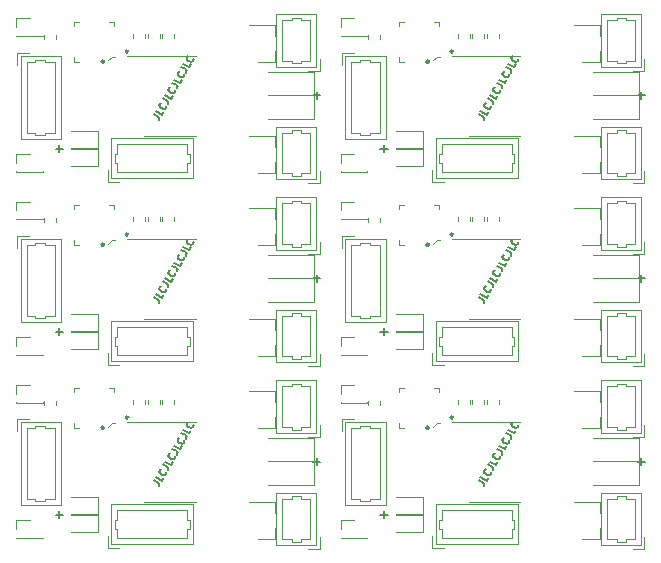
<source format=gbr>
%TF.GenerationSoftware,KiCad,Pcbnew,(5.1.6)-1*%
%TF.CreationDate,2021-08-29T21:48:12-05:00*%
%TF.ProjectId,MicroBrushedESC,4d696372-6f42-4727-9573-686564455343,rev?*%
%TF.SameCoordinates,Original*%
%TF.FileFunction,Legend,Top*%
%TF.FilePolarity,Positive*%
%FSLAX46Y46*%
G04 Gerber Fmt 4.6, Leading zero omitted, Abs format (unit mm)*
G04 Created by KiCad (PCBNEW (5.1.6)-1) date 2021-08-29 21:48:12*
%MOMM*%
%LPD*%
G01*
G04 APERTURE LIST*
%ADD10C,0.150000*%
%ADD11C,0.250000*%
%ADD12C,0.100000*%
%ADD13C,0.120000*%
G04 APERTURE END LIST*
D10*
X153195238Y-89757142D02*
X153804761Y-89757142D01*
X153500000Y-90061904D02*
X153500000Y-89452380D01*
X125695238Y-89757142D02*
X126304761Y-89757142D01*
X126000000Y-90061904D02*
X126000000Y-89452380D01*
X153195238Y-74257142D02*
X153804761Y-74257142D01*
X153500000Y-74561904D02*
X153500000Y-73952380D01*
X125695238Y-74257142D02*
X126304761Y-74257142D01*
X126000000Y-74561904D02*
X126000000Y-73952380D01*
X153195238Y-58757142D02*
X153804761Y-58757142D01*
X153500000Y-59061904D02*
X153500000Y-58452380D01*
X174995238Y-85257142D02*
X175604761Y-85257142D01*
X175300000Y-85561904D02*
X175300000Y-84952380D01*
X147495238Y-85257142D02*
X148104761Y-85257142D01*
X147800000Y-85561904D02*
X147800000Y-84952380D01*
X174995238Y-69757142D02*
X175604761Y-69757142D01*
X175300000Y-70061904D02*
X175300000Y-69452380D01*
X147495238Y-69757142D02*
X148104761Y-69757142D01*
X147800000Y-70061904D02*
X147800000Y-69452380D01*
X174995238Y-54257142D02*
X175604761Y-54257142D01*
X175300000Y-54561904D02*
X175300000Y-53952380D01*
D11*
X159350000Y-81500000D02*
G75*
G03*
X159350000Y-81500000I-100000J0D01*
G01*
X131850000Y-81500000D02*
G75*
G03*
X131850000Y-81500000I-100000J0D01*
G01*
X159350000Y-66000000D02*
G75*
G03*
X159350000Y-66000000I-100000J0D01*
G01*
X131850000Y-66000000D02*
G75*
G03*
X131850000Y-66000000I-100000J0D01*
G01*
X159350000Y-50500000D02*
G75*
G03*
X159350000Y-50500000I-100000J0D01*
G01*
X157300000Y-82400000D02*
G75*
G03*
X157300000Y-82400000I-100000J0D01*
G01*
X129800000Y-82400000D02*
G75*
G03*
X129800000Y-82400000I-100000J0D01*
G01*
X157300000Y-66900000D02*
G75*
G03*
X157300000Y-66900000I-100000J0D01*
G01*
X129800000Y-66900000D02*
G75*
G03*
X129800000Y-66900000I-100000J0D01*
G01*
X157300000Y-51400000D02*
G75*
G03*
X157300000Y-51400000I-100000J0D01*
G01*
D10*
X161529734Y-86835841D02*
X161900888Y-87050127D01*
X161960833Y-87117728D01*
X161981749Y-87195786D01*
X161963635Y-87284303D01*
X161935064Y-87333790D01*
X162335064Y-86640970D02*
X162192206Y-86888406D01*
X161672591Y-86588406D01*
X162557005Y-86142270D02*
X162567463Y-86181299D01*
X162549349Y-86269816D01*
X162520778Y-86319303D01*
X162453177Y-86379248D01*
X162375119Y-86400164D01*
X162311346Y-86396336D01*
X162198086Y-86363937D01*
X162123855Y-86321080D01*
X162039166Y-86239193D01*
X162003965Y-86185878D01*
X161983049Y-86107820D01*
X162001163Y-86019303D01*
X162029734Y-85969816D01*
X162097335Y-85909871D01*
X162136364Y-85899413D01*
X162301163Y-85499688D02*
X162672316Y-85713974D01*
X162732261Y-85781574D01*
X162753177Y-85859633D01*
X162735064Y-85948149D01*
X162706492Y-85997637D01*
X163106492Y-85304816D02*
X162963635Y-85552252D01*
X162444020Y-85252252D01*
X163328434Y-84806117D02*
X163338891Y-84845146D01*
X163320778Y-84933662D01*
X163292206Y-84983150D01*
X163224606Y-85043095D01*
X163146547Y-85064010D01*
X163082774Y-85060183D01*
X162969514Y-85027783D01*
X162895283Y-84984926D01*
X162810595Y-84903040D01*
X162775393Y-84849725D01*
X162754478Y-84771666D01*
X162772591Y-84683150D01*
X162801163Y-84633662D01*
X162868763Y-84573717D01*
X162907793Y-84563260D01*
X163072591Y-84163534D02*
X163443745Y-84377820D01*
X163503690Y-84445421D01*
X163524606Y-84523479D01*
X163506492Y-84611996D01*
X163477921Y-84661483D01*
X163877921Y-83968663D02*
X163735064Y-84216099D01*
X163215448Y-83916099D01*
X164099862Y-83469963D02*
X164110320Y-83508993D01*
X164092206Y-83597509D01*
X164063635Y-83646996D01*
X163996034Y-83706941D01*
X163917976Y-83727857D01*
X163854203Y-83724029D01*
X163740943Y-83691630D01*
X163666712Y-83648773D01*
X163582023Y-83566886D01*
X163546822Y-83513571D01*
X163525906Y-83435513D01*
X163544020Y-83346996D01*
X163572591Y-83297509D01*
X163640192Y-83237564D01*
X163679221Y-83227106D01*
X163844020Y-82827381D02*
X164215173Y-83041667D01*
X164275119Y-83109267D01*
X164296034Y-83187326D01*
X164277921Y-83275842D01*
X164249349Y-83325330D01*
X164649349Y-82632509D02*
X164506492Y-82879945D01*
X163986877Y-82579945D01*
X164871291Y-82133810D02*
X164881749Y-82172839D01*
X164863635Y-82261355D01*
X164835064Y-82310843D01*
X164767463Y-82370788D01*
X164689404Y-82391703D01*
X164625631Y-82387876D01*
X164512371Y-82355476D01*
X164438141Y-82312619D01*
X164353452Y-82230733D01*
X164318250Y-82177418D01*
X164297335Y-82099359D01*
X164315448Y-82010843D01*
X164344020Y-81961355D01*
X164411620Y-81901410D01*
X164450650Y-81890953D01*
X134029734Y-86835841D02*
X134400888Y-87050127D01*
X134460833Y-87117728D01*
X134481749Y-87195786D01*
X134463635Y-87284303D01*
X134435064Y-87333790D01*
X134835064Y-86640970D02*
X134692206Y-86888406D01*
X134172591Y-86588406D01*
X135057005Y-86142270D02*
X135067463Y-86181299D01*
X135049349Y-86269816D01*
X135020778Y-86319303D01*
X134953177Y-86379248D01*
X134875119Y-86400164D01*
X134811346Y-86396336D01*
X134698086Y-86363937D01*
X134623855Y-86321080D01*
X134539166Y-86239193D01*
X134503965Y-86185878D01*
X134483049Y-86107820D01*
X134501163Y-86019303D01*
X134529734Y-85969816D01*
X134597335Y-85909871D01*
X134636364Y-85899413D01*
X134801163Y-85499688D02*
X135172316Y-85713974D01*
X135232261Y-85781574D01*
X135253177Y-85859633D01*
X135235064Y-85948149D01*
X135206492Y-85997637D01*
X135606492Y-85304816D02*
X135463635Y-85552252D01*
X134944020Y-85252252D01*
X135828434Y-84806117D02*
X135838891Y-84845146D01*
X135820778Y-84933662D01*
X135792206Y-84983150D01*
X135724606Y-85043095D01*
X135646547Y-85064010D01*
X135582774Y-85060183D01*
X135469514Y-85027783D01*
X135395283Y-84984926D01*
X135310595Y-84903040D01*
X135275393Y-84849725D01*
X135254478Y-84771666D01*
X135272591Y-84683150D01*
X135301163Y-84633662D01*
X135368763Y-84573717D01*
X135407793Y-84563260D01*
X135572591Y-84163534D02*
X135943745Y-84377820D01*
X136003690Y-84445421D01*
X136024606Y-84523479D01*
X136006492Y-84611996D01*
X135977921Y-84661483D01*
X136377921Y-83968663D02*
X136235064Y-84216099D01*
X135715448Y-83916099D01*
X136599862Y-83469963D02*
X136610320Y-83508993D01*
X136592206Y-83597509D01*
X136563635Y-83646996D01*
X136496034Y-83706941D01*
X136417976Y-83727857D01*
X136354203Y-83724029D01*
X136240943Y-83691630D01*
X136166712Y-83648773D01*
X136082023Y-83566886D01*
X136046822Y-83513571D01*
X136025906Y-83435513D01*
X136044020Y-83346996D01*
X136072591Y-83297509D01*
X136140192Y-83237564D01*
X136179221Y-83227106D01*
X136344020Y-82827381D02*
X136715173Y-83041667D01*
X136775119Y-83109267D01*
X136796034Y-83187326D01*
X136777921Y-83275842D01*
X136749349Y-83325330D01*
X137149349Y-82632509D02*
X137006492Y-82879945D01*
X136486877Y-82579945D01*
X137371291Y-82133810D02*
X137381749Y-82172839D01*
X137363635Y-82261355D01*
X137335064Y-82310843D01*
X137267463Y-82370788D01*
X137189404Y-82391703D01*
X137125631Y-82387876D01*
X137012371Y-82355476D01*
X136938141Y-82312619D01*
X136853452Y-82230733D01*
X136818250Y-82177418D01*
X136797335Y-82099359D01*
X136815448Y-82010843D01*
X136844020Y-81961355D01*
X136911620Y-81901410D01*
X136950650Y-81890953D01*
X161529734Y-71335841D02*
X161900888Y-71550127D01*
X161960833Y-71617728D01*
X161981749Y-71695786D01*
X161963635Y-71784303D01*
X161935064Y-71833790D01*
X162335064Y-71140970D02*
X162192206Y-71388406D01*
X161672591Y-71088406D01*
X162557005Y-70642270D02*
X162567463Y-70681299D01*
X162549349Y-70769816D01*
X162520778Y-70819303D01*
X162453177Y-70879248D01*
X162375119Y-70900164D01*
X162311346Y-70896336D01*
X162198086Y-70863937D01*
X162123855Y-70821080D01*
X162039166Y-70739193D01*
X162003965Y-70685878D01*
X161983049Y-70607820D01*
X162001163Y-70519303D01*
X162029734Y-70469816D01*
X162097335Y-70409871D01*
X162136364Y-70399413D01*
X162301163Y-69999688D02*
X162672316Y-70213974D01*
X162732261Y-70281574D01*
X162753177Y-70359633D01*
X162735064Y-70448149D01*
X162706492Y-70497637D01*
X163106492Y-69804816D02*
X162963635Y-70052252D01*
X162444020Y-69752252D01*
X163328434Y-69306117D02*
X163338891Y-69345146D01*
X163320778Y-69433662D01*
X163292206Y-69483150D01*
X163224606Y-69543095D01*
X163146547Y-69564010D01*
X163082774Y-69560183D01*
X162969514Y-69527783D01*
X162895283Y-69484926D01*
X162810595Y-69403040D01*
X162775393Y-69349725D01*
X162754478Y-69271666D01*
X162772591Y-69183150D01*
X162801163Y-69133662D01*
X162868763Y-69073717D01*
X162907793Y-69063260D01*
X163072591Y-68663534D02*
X163443745Y-68877820D01*
X163503690Y-68945421D01*
X163524606Y-69023479D01*
X163506492Y-69111996D01*
X163477921Y-69161483D01*
X163877921Y-68468663D02*
X163735064Y-68716099D01*
X163215448Y-68416099D01*
X164099862Y-67969963D02*
X164110320Y-68008993D01*
X164092206Y-68097509D01*
X164063635Y-68146996D01*
X163996034Y-68206941D01*
X163917976Y-68227857D01*
X163854203Y-68224029D01*
X163740943Y-68191630D01*
X163666712Y-68148773D01*
X163582023Y-68066886D01*
X163546822Y-68013571D01*
X163525906Y-67935513D01*
X163544020Y-67846996D01*
X163572591Y-67797509D01*
X163640192Y-67737564D01*
X163679221Y-67727106D01*
X163844020Y-67327381D02*
X164215173Y-67541667D01*
X164275119Y-67609267D01*
X164296034Y-67687326D01*
X164277921Y-67775842D01*
X164249349Y-67825330D01*
X164649349Y-67132509D02*
X164506492Y-67379945D01*
X163986877Y-67079945D01*
X164871291Y-66633810D02*
X164881749Y-66672839D01*
X164863635Y-66761355D01*
X164835064Y-66810843D01*
X164767463Y-66870788D01*
X164689404Y-66891703D01*
X164625631Y-66887876D01*
X164512371Y-66855476D01*
X164438141Y-66812619D01*
X164353452Y-66730733D01*
X164318250Y-66677418D01*
X164297335Y-66599359D01*
X164315448Y-66510843D01*
X164344020Y-66461355D01*
X164411620Y-66401410D01*
X164450650Y-66390953D01*
X134029734Y-71335841D02*
X134400888Y-71550127D01*
X134460833Y-71617728D01*
X134481749Y-71695786D01*
X134463635Y-71784303D01*
X134435064Y-71833790D01*
X134835064Y-71140970D02*
X134692206Y-71388406D01*
X134172591Y-71088406D01*
X135057005Y-70642270D02*
X135067463Y-70681299D01*
X135049349Y-70769816D01*
X135020778Y-70819303D01*
X134953177Y-70879248D01*
X134875119Y-70900164D01*
X134811346Y-70896336D01*
X134698086Y-70863937D01*
X134623855Y-70821080D01*
X134539166Y-70739193D01*
X134503965Y-70685878D01*
X134483049Y-70607820D01*
X134501163Y-70519303D01*
X134529734Y-70469816D01*
X134597335Y-70409871D01*
X134636364Y-70399413D01*
X134801163Y-69999688D02*
X135172316Y-70213974D01*
X135232261Y-70281574D01*
X135253177Y-70359633D01*
X135235064Y-70448149D01*
X135206492Y-70497637D01*
X135606492Y-69804816D02*
X135463635Y-70052252D01*
X134944020Y-69752252D01*
X135828434Y-69306117D02*
X135838891Y-69345146D01*
X135820778Y-69433662D01*
X135792206Y-69483150D01*
X135724606Y-69543095D01*
X135646547Y-69564010D01*
X135582774Y-69560183D01*
X135469514Y-69527783D01*
X135395283Y-69484926D01*
X135310595Y-69403040D01*
X135275393Y-69349725D01*
X135254478Y-69271666D01*
X135272591Y-69183150D01*
X135301163Y-69133662D01*
X135368763Y-69073717D01*
X135407793Y-69063260D01*
X135572591Y-68663534D02*
X135943745Y-68877820D01*
X136003690Y-68945421D01*
X136024606Y-69023479D01*
X136006492Y-69111996D01*
X135977921Y-69161483D01*
X136377921Y-68468663D02*
X136235064Y-68716099D01*
X135715448Y-68416099D01*
X136599862Y-67969963D02*
X136610320Y-68008993D01*
X136592206Y-68097509D01*
X136563635Y-68146996D01*
X136496034Y-68206941D01*
X136417976Y-68227857D01*
X136354203Y-68224029D01*
X136240943Y-68191630D01*
X136166712Y-68148773D01*
X136082023Y-68066886D01*
X136046822Y-68013571D01*
X136025906Y-67935513D01*
X136044020Y-67846996D01*
X136072591Y-67797509D01*
X136140192Y-67737564D01*
X136179221Y-67727106D01*
X136344020Y-67327381D02*
X136715173Y-67541667D01*
X136775119Y-67609267D01*
X136796034Y-67687326D01*
X136777921Y-67775842D01*
X136749349Y-67825330D01*
X137149349Y-67132509D02*
X137006492Y-67379945D01*
X136486877Y-67079945D01*
X137371291Y-66633810D02*
X137381749Y-66672839D01*
X137363635Y-66761355D01*
X137335064Y-66810843D01*
X137267463Y-66870788D01*
X137189404Y-66891703D01*
X137125631Y-66887876D01*
X137012371Y-66855476D01*
X136938141Y-66812619D01*
X136853452Y-66730733D01*
X136818250Y-66677418D01*
X136797335Y-66599359D01*
X136815448Y-66510843D01*
X136844020Y-66461355D01*
X136911620Y-66401410D01*
X136950650Y-66390953D01*
X161529734Y-55835841D02*
X161900888Y-56050127D01*
X161960833Y-56117728D01*
X161981749Y-56195786D01*
X161963635Y-56284303D01*
X161935064Y-56333790D01*
X162335064Y-55640970D02*
X162192206Y-55888406D01*
X161672591Y-55588406D01*
X162557005Y-55142270D02*
X162567463Y-55181299D01*
X162549349Y-55269816D01*
X162520778Y-55319303D01*
X162453177Y-55379248D01*
X162375119Y-55400164D01*
X162311346Y-55396336D01*
X162198086Y-55363937D01*
X162123855Y-55321080D01*
X162039166Y-55239193D01*
X162003965Y-55185878D01*
X161983049Y-55107820D01*
X162001163Y-55019303D01*
X162029734Y-54969816D01*
X162097335Y-54909871D01*
X162136364Y-54899413D01*
X162301163Y-54499688D02*
X162672316Y-54713974D01*
X162732261Y-54781574D01*
X162753177Y-54859633D01*
X162735064Y-54948149D01*
X162706492Y-54997637D01*
X163106492Y-54304816D02*
X162963635Y-54552252D01*
X162444020Y-54252252D01*
X163328434Y-53806117D02*
X163338891Y-53845146D01*
X163320778Y-53933662D01*
X163292206Y-53983150D01*
X163224606Y-54043095D01*
X163146547Y-54064010D01*
X163082774Y-54060183D01*
X162969514Y-54027783D01*
X162895283Y-53984926D01*
X162810595Y-53903040D01*
X162775393Y-53849725D01*
X162754478Y-53771666D01*
X162772591Y-53683150D01*
X162801163Y-53633662D01*
X162868763Y-53573717D01*
X162907793Y-53563260D01*
X163072591Y-53163534D02*
X163443745Y-53377820D01*
X163503690Y-53445421D01*
X163524606Y-53523479D01*
X163506492Y-53611996D01*
X163477921Y-53661483D01*
X163877921Y-52968663D02*
X163735064Y-53216099D01*
X163215448Y-52916099D01*
X164099862Y-52469963D02*
X164110320Y-52508993D01*
X164092206Y-52597509D01*
X164063635Y-52646996D01*
X163996034Y-52706941D01*
X163917976Y-52727857D01*
X163854203Y-52724029D01*
X163740943Y-52691630D01*
X163666712Y-52648773D01*
X163582023Y-52566886D01*
X163546822Y-52513571D01*
X163525906Y-52435513D01*
X163544020Y-52346996D01*
X163572591Y-52297509D01*
X163640192Y-52237564D01*
X163679221Y-52227106D01*
X163844020Y-51827381D02*
X164215173Y-52041667D01*
X164275119Y-52109267D01*
X164296034Y-52187326D01*
X164277921Y-52275842D01*
X164249349Y-52325330D01*
X164649349Y-51632509D02*
X164506492Y-51879945D01*
X163986877Y-51579945D01*
X164871291Y-51133810D02*
X164881749Y-51172839D01*
X164863635Y-51261355D01*
X164835064Y-51310843D01*
X164767463Y-51370788D01*
X164689404Y-51391703D01*
X164625631Y-51387876D01*
X164512371Y-51355476D01*
X164438141Y-51312619D01*
X164353452Y-51230733D01*
X164318250Y-51177418D01*
X164297335Y-51099359D01*
X164315448Y-51010843D01*
X164344020Y-50961355D01*
X164411620Y-50901410D01*
X164450650Y-50890953D01*
X147495238Y-54257142D02*
X148104761Y-54257142D01*
X147800000Y-54561904D02*
X147800000Y-53952380D01*
X125695238Y-58757142D02*
X126304761Y-58757142D01*
X126000000Y-59061904D02*
X126000000Y-58452380D01*
X134029734Y-55835841D02*
X134400888Y-56050127D01*
X134460833Y-56117728D01*
X134481749Y-56195786D01*
X134463635Y-56284303D01*
X134435064Y-56333790D01*
X134835064Y-55640970D02*
X134692206Y-55888406D01*
X134172591Y-55588406D01*
X135057005Y-55142270D02*
X135067463Y-55181299D01*
X135049349Y-55269816D01*
X135020778Y-55319303D01*
X134953177Y-55379248D01*
X134875119Y-55400164D01*
X134811346Y-55396336D01*
X134698086Y-55363937D01*
X134623855Y-55321080D01*
X134539166Y-55239193D01*
X134503965Y-55185878D01*
X134483049Y-55107820D01*
X134501163Y-55019303D01*
X134529734Y-54969816D01*
X134597335Y-54909871D01*
X134636364Y-54899413D01*
X134801163Y-54499688D02*
X135172316Y-54713974D01*
X135232261Y-54781574D01*
X135253177Y-54859633D01*
X135235064Y-54948149D01*
X135206492Y-54997637D01*
X135606492Y-54304816D02*
X135463635Y-54552252D01*
X134944020Y-54252252D01*
X135828434Y-53806117D02*
X135838891Y-53845146D01*
X135820778Y-53933662D01*
X135792206Y-53983150D01*
X135724606Y-54043095D01*
X135646547Y-54064010D01*
X135582774Y-54060183D01*
X135469514Y-54027783D01*
X135395283Y-53984926D01*
X135310595Y-53903040D01*
X135275393Y-53849725D01*
X135254478Y-53771666D01*
X135272591Y-53683150D01*
X135301163Y-53633662D01*
X135368763Y-53573717D01*
X135407793Y-53563260D01*
X135572591Y-53163534D02*
X135943745Y-53377820D01*
X136003690Y-53445421D01*
X136024606Y-53523479D01*
X136006492Y-53611996D01*
X135977921Y-53661483D01*
X136377921Y-52968663D02*
X136235064Y-53216099D01*
X135715448Y-52916099D01*
X136599862Y-52469963D02*
X136610320Y-52508993D01*
X136592206Y-52597509D01*
X136563635Y-52646996D01*
X136496034Y-52706941D01*
X136417976Y-52727857D01*
X136354203Y-52724029D01*
X136240943Y-52691630D01*
X136166712Y-52648773D01*
X136082023Y-52566886D01*
X136046822Y-52513571D01*
X136025906Y-52435513D01*
X136044020Y-52346996D01*
X136072591Y-52297509D01*
X136140192Y-52237564D01*
X136179221Y-52227106D01*
X136344020Y-51827381D02*
X136715173Y-52041667D01*
X136775119Y-52109267D01*
X136796034Y-52187326D01*
X136777921Y-52275842D01*
X136749349Y-52325330D01*
X137149349Y-51632509D02*
X137006492Y-51879945D01*
X136486877Y-51579945D01*
X137371291Y-51133810D02*
X137381749Y-51172839D01*
X137363635Y-51261355D01*
X137335064Y-51310843D01*
X137267463Y-51370788D01*
X137189404Y-51391703D01*
X137125631Y-51387876D01*
X137012371Y-51355476D01*
X136938141Y-51312619D01*
X136853452Y-51230733D01*
X136818250Y-51177418D01*
X136797335Y-51099359D01*
X136815448Y-51010843D01*
X136844020Y-50961355D01*
X136911620Y-50901410D01*
X136950650Y-50890953D01*
D11*
X129800000Y-51400000D02*
G75*
G03*
X129800000Y-51400000I-100000J0D01*
G01*
X131850000Y-50500000D02*
G75*
G03*
X131850000Y-50500000I-100000J0D01*
G01*
D12*
%TO.C,U2*%
X157660000Y-82300000D02*
X157960000Y-82000000D01*
X157960000Y-82000000D02*
X158260000Y-82000000D01*
X158160000Y-79000000D02*
X157760000Y-79000000D01*
X158160000Y-79000000D02*
X158160000Y-79400000D01*
X154760000Y-79400000D02*
X154760000Y-79000000D01*
X154760000Y-79000000D02*
X155160000Y-79000000D01*
X154760000Y-82000000D02*
X154760000Y-82400000D01*
X154760000Y-82400000D02*
X155160000Y-82400000D01*
X130160000Y-82300000D02*
X130460000Y-82000000D01*
X130460000Y-82000000D02*
X130760000Y-82000000D01*
X130660000Y-79000000D02*
X130260000Y-79000000D01*
X130660000Y-79000000D02*
X130660000Y-79400000D01*
X127260000Y-79400000D02*
X127260000Y-79000000D01*
X127260000Y-79000000D02*
X127660000Y-79000000D01*
X127260000Y-82000000D02*
X127260000Y-82400000D01*
X127260000Y-82400000D02*
X127660000Y-82400000D01*
X157660000Y-66800000D02*
X157960000Y-66500000D01*
X157960000Y-66500000D02*
X158260000Y-66500000D01*
X158160000Y-63500000D02*
X157760000Y-63500000D01*
X158160000Y-63500000D02*
X158160000Y-63900000D01*
X154760000Y-63900000D02*
X154760000Y-63500000D01*
X154760000Y-63500000D02*
X155160000Y-63500000D01*
X154760000Y-66500000D02*
X154760000Y-66900000D01*
X154760000Y-66900000D02*
X155160000Y-66900000D01*
X130160000Y-66800000D02*
X130460000Y-66500000D01*
X130460000Y-66500000D02*
X130760000Y-66500000D01*
X130660000Y-63500000D02*
X130260000Y-63500000D01*
X130660000Y-63500000D02*
X130660000Y-63900000D01*
X127260000Y-63900000D02*
X127260000Y-63500000D01*
X127260000Y-63500000D02*
X127660000Y-63500000D01*
X127260000Y-66500000D02*
X127260000Y-66900000D01*
X127260000Y-66900000D02*
X127660000Y-66900000D01*
X157660000Y-51300000D02*
X157960000Y-51000000D01*
X157960000Y-51000000D02*
X158260000Y-51000000D01*
X158160000Y-48000000D02*
X157760000Y-48000000D01*
X158160000Y-48000000D02*
X158160000Y-48400000D01*
X154760000Y-48400000D02*
X154760000Y-48000000D01*
X154760000Y-48000000D02*
X155160000Y-48000000D01*
X154760000Y-51000000D02*
X154760000Y-51400000D01*
X154760000Y-51400000D02*
X155160000Y-51400000D01*
D13*
%TO.C,C9*%
X159740000Y-80375279D02*
X159740000Y-80049721D01*
X160760000Y-80375279D02*
X160760000Y-80049721D01*
X132240000Y-80375279D02*
X132240000Y-80049721D01*
X133260000Y-80375279D02*
X133260000Y-80049721D01*
X159740000Y-64875279D02*
X159740000Y-64549721D01*
X160760000Y-64875279D02*
X160760000Y-64549721D01*
X132240000Y-64875279D02*
X132240000Y-64549721D01*
X133260000Y-64875279D02*
X133260000Y-64549721D01*
X159740000Y-49375279D02*
X159740000Y-49049721D01*
X160760000Y-49375279D02*
X160760000Y-49049721D01*
%TO.C,C6*%
X160990000Y-80375279D02*
X160990000Y-80049721D01*
X162010000Y-80375279D02*
X162010000Y-80049721D01*
X133490000Y-80375279D02*
X133490000Y-80049721D01*
X134510000Y-80375279D02*
X134510000Y-80049721D01*
X160990000Y-64875279D02*
X160990000Y-64549721D01*
X162010000Y-64875279D02*
X162010000Y-64549721D01*
X133490000Y-64875279D02*
X133490000Y-64549721D01*
X134510000Y-64875279D02*
X134510000Y-64549721D01*
X160990000Y-49375279D02*
X160990000Y-49049721D01*
X162010000Y-49375279D02*
X162010000Y-49049721D01*
%TO.C,C2*%
X152190000Y-80475279D02*
X152190000Y-80149721D01*
X153210000Y-80475279D02*
X153210000Y-80149721D01*
X124690000Y-80475279D02*
X124690000Y-80149721D01*
X125710000Y-80475279D02*
X125710000Y-80149721D01*
X152190000Y-64975279D02*
X152190000Y-64649721D01*
X153210000Y-64975279D02*
X153210000Y-64649721D01*
X124690000Y-64975279D02*
X124690000Y-64649721D01*
X125710000Y-64975279D02*
X125710000Y-64649721D01*
X152190000Y-49475279D02*
X152190000Y-49149721D01*
X153210000Y-49475279D02*
X153210000Y-49149721D01*
%TO.C,D2*%
X175100000Y-87250000D02*
X175100000Y-85250000D01*
X175100000Y-85250000D02*
X171200000Y-85250000D01*
X175100000Y-87250000D02*
X171200000Y-87250000D01*
X147600000Y-87250000D02*
X147600000Y-85250000D01*
X147600000Y-85250000D02*
X143700000Y-85250000D01*
X147600000Y-87250000D02*
X143700000Y-87250000D01*
X175100000Y-71750000D02*
X175100000Y-69750000D01*
X175100000Y-69750000D02*
X171200000Y-69750000D01*
X175100000Y-71750000D02*
X171200000Y-71750000D01*
X147600000Y-71750000D02*
X147600000Y-69750000D01*
X147600000Y-69750000D02*
X143700000Y-69750000D01*
X147600000Y-71750000D02*
X143700000Y-71750000D01*
X175100000Y-56250000D02*
X175100000Y-54250000D01*
X175100000Y-54250000D02*
X171200000Y-54250000D01*
X175100000Y-56250000D02*
X171200000Y-56250000D01*
%TO.C,D1*%
X154487500Y-91235000D02*
X156772500Y-91235000D01*
X156772500Y-91235000D02*
X156772500Y-89765000D01*
X156772500Y-89765000D02*
X154487500Y-89765000D01*
X126987500Y-91235000D02*
X129272500Y-91235000D01*
X129272500Y-91235000D02*
X129272500Y-89765000D01*
X129272500Y-89765000D02*
X126987500Y-89765000D01*
X154487500Y-75735000D02*
X156772500Y-75735000D01*
X156772500Y-75735000D02*
X156772500Y-74265000D01*
X156772500Y-74265000D02*
X154487500Y-74265000D01*
X126987500Y-75735000D02*
X129272500Y-75735000D01*
X129272500Y-75735000D02*
X129272500Y-74265000D01*
X129272500Y-74265000D02*
X126987500Y-74265000D01*
X154487500Y-60235000D02*
X156772500Y-60235000D01*
X156772500Y-60235000D02*
X156772500Y-58765000D01*
X156772500Y-58765000D02*
X154487500Y-58765000D01*
%TO.C,D3*%
X175100000Y-85250000D02*
X175100000Y-83250000D01*
X175100000Y-83250000D02*
X171200000Y-83250000D01*
X175100000Y-85250000D02*
X171200000Y-85250000D01*
X147600000Y-85250000D02*
X147600000Y-83250000D01*
X147600000Y-83250000D02*
X143700000Y-83250000D01*
X147600000Y-85250000D02*
X143700000Y-85250000D01*
X175100000Y-69750000D02*
X175100000Y-67750000D01*
X175100000Y-67750000D02*
X171200000Y-67750000D01*
X175100000Y-69750000D02*
X171200000Y-69750000D01*
X147600000Y-69750000D02*
X147600000Y-67750000D01*
X147600000Y-67750000D02*
X143700000Y-67750000D01*
X147600000Y-69750000D02*
X143700000Y-69750000D01*
X175100000Y-54250000D02*
X175100000Y-52250000D01*
X175100000Y-52250000D02*
X171200000Y-52250000D01*
X175100000Y-54250000D02*
X171200000Y-54250000D01*
%TO.C,J1*%
X171840000Y-92360000D02*
X175260000Y-92360000D01*
X175260000Y-92360000D02*
X175260000Y-87890000D01*
X175260000Y-87890000D02*
X171840000Y-87890000D01*
X171840000Y-87890000D02*
X171840000Y-92360000D01*
X174750000Y-90125000D02*
X174750000Y-91850000D01*
X174750000Y-91850000D02*
X174000000Y-91850000D01*
X174000000Y-91850000D02*
X174000000Y-92050000D01*
X174000000Y-92050000D02*
X173200000Y-92050000D01*
X173200000Y-92050000D02*
X173200000Y-91850000D01*
X173200000Y-91850000D02*
X172350000Y-91850000D01*
X172350000Y-91850000D02*
X172350000Y-90125000D01*
X174750000Y-90125000D02*
X174750000Y-88400000D01*
X174750000Y-88400000D02*
X174000000Y-88400000D01*
X174000000Y-88400000D02*
X174000000Y-88200000D01*
X174000000Y-88200000D02*
X173200000Y-88200000D01*
X173200000Y-88200000D02*
X173200000Y-88400000D01*
X173200000Y-88400000D02*
X172350000Y-88400000D01*
X172350000Y-88400000D02*
X172350000Y-90125000D01*
X175550000Y-92650000D02*
X174550000Y-92650000D01*
X175550000Y-92650000D02*
X175550000Y-91650000D01*
X144340000Y-92360000D02*
X147760000Y-92360000D01*
X147760000Y-92360000D02*
X147760000Y-87890000D01*
X147760000Y-87890000D02*
X144340000Y-87890000D01*
X144340000Y-87890000D02*
X144340000Y-92360000D01*
X147250000Y-90125000D02*
X147250000Y-91850000D01*
X147250000Y-91850000D02*
X146500000Y-91850000D01*
X146500000Y-91850000D02*
X146500000Y-92050000D01*
X146500000Y-92050000D02*
X145700000Y-92050000D01*
X145700000Y-92050000D02*
X145700000Y-91850000D01*
X145700000Y-91850000D02*
X144850000Y-91850000D01*
X144850000Y-91850000D02*
X144850000Y-90125000D01*
X147250000Y-90125000D02*
X147250000Y-88400000D01*
X147250000Y-88400000D02*
X146500000Y-88400000D01*
X146500000Y-88400000D02*
X146500000Y-88200000D01*
X146500000Y-88200000D02*
X145700000Y-88200000D01*
X145700000Y-88200000D02*
X145700000Y-88400000D01*
X145700000Y-88400000D02*
X144850000Y-88400000D01*
X144850000Y-88400000D02*
X144850000Y-90125000D01*
X148050000Y-92650000D02*
X147050000Y-92650000D01*
X148050000Y-92650000D02*
X148050000Y-91650000D01*
X171840000Y-76860000D02*
X175260000Y-76860000D01*
X175260000Y-76860000D02*
X175260000Y-72390000D01*
X175260000Y-72390000D02*
X171840000Y-72390000D01*
X171840000Y-72390000D02*
X171840000Y-76860000D01*
X174750000Y-74625000D02*
X174750000Y-76350000D01*
X174750000Y-76350000D02*
X174000000Y-76350000D01*
X174000000Y-76350000D02*
X174000000Y-76550000D01*
X174000000Y-76550000D02*
X173200000Y-76550000D01*
X173200000Y-76550000D02*
X173200000Y-76350000D01*
X173200000Y-76350000D02*
X172350000Y-76350000D01*
X172350000Y-76350000D02*
X172350000Y-74625000D01*
X174750000Y-74625000D02*
X174750000Y-72900000D01*
X174750000Y-72900000D02*
X174000000Y-72900000D01*
X174000000Y-72900000D02*
X174000000Y-72700000D01*
X174000000Y-72700000D02*
X173200000Y-72700000D01*
X173200000Y-72700000D02*
X173200000Y-72900000D01*
X173200000Y-72900000D02*
X172350000Y-72900000D01*
X172350000Y-72900000D02*
X172350000Y-74625000D01*
X175550000Y-77150000D02*
X174550000Y-77150000D01*
X175550000Y-77150000D02*
X175550000Y-76150000D01*
X144340000Y-76860000D02*
X147760000Y-76860000D01*
X147760000Y-76860000D02*
X147760000Y-72390000D01*
X147760000Y-72390000D02*
X144340000Y-72390000D01*
X144340000Y-72390000D02*
X144340000Y-76860000D01*
X147250000Y-74625000D02*
X147250000Y-76350000D01*
X147250000Y-76350000D02*
X146500000Y-76350000D01*
X146500000Y-76350000D02*
X146500000Y-76550000D01*
X146500000Y-76550000D02*
X145700000Y-76550000D01*
X145700000Y-76550000D02*
X145700000Y-76350000D01*
X145700000Y-76350000D02*
X144850000Y-76350000D01*
X144850000Y-76350000D02*
X144850000Y-74625000D01*
X147250000Y-74625000D02*
X147250000Y-72900000D01*
X147250000Y-72900000D02*
X146500000Y-72900000D01*
X146500000Y-72900000D02*
X146500000Y-72700000D01*
X146500000Y-72700000D02*
X145700000Y-72700000D01*
X145700000Y-72700000D02*
X145700000Y-72900000D01*
X145700000Y-72900000D02*
X144850000Y-72900000D01*
X144850000Y-72900000D02*
X144850000Y-74625000D01*
X148050000Y-77150000D02*
X147050000Y-77150000D01*
X148050000Y-77150000D02*
X148050000Y-76150000D01*
X171840000Y-61360000D02*
X175260000Y-61360000D01*
X175260000Y-61360000D02*
X175260000Y-56890000D01*
X175260000Y-56890000D02*
X171840000Y-56890000D01*
X171840000Y-56890000D02*
X171840000Y-61360000D01*
X174750000Y-59125000D02*
X174750000Y-60850000D01*
X174750000Y-60850000D02*
X174000000Y-60850000D01*
X174000000Y-60850000D02*
X174000000Y-61050000D01*
X174000000Y-61050000D02*
X173200000Y-61050000D01*
X173200000Y-61050000D02*
X173200000Y-60850000D01*
X173200000Y-60850000D02*
X172350000Y-60850000D01*
X172350000Y-60850000D02*
X172350000Y-59125000D01*
X174750000Y-59125000D02*
X174750000Y-57400000D01*
X174750000Y-57400000D02*
X174000000Y-57400000D01*
X174000000Y-57400000D02*
X174000000Y-57200000D01*
X174000000Y-57200000D02*
X173200000Y-57200000D01*
X173200000Y-57200000D02*
X173200000Y-57400000D01*
X173200000Y-57400000D02*
X172350000Y-57400000D01*
X172350000Y-57400000D02*
X172350000Y-59125000D01*
X175550000Y-61650000D02*
X174550000Y-61650000D01*
X175550000Y-61650000D02*
X175550000Y-60650000D01*
%TO.C,J2*%
X171840000Y-82860000D02*
X175260000Y-82860000D01*
X175260000Y-82860000D02*
X175260000Y-78390000D01*
X175260000Y-78390000D02*
X171840000Y-78390000D01*
X171840000Y-78390000D02*
X171840000Y-82860000D01*
X174750000Y-80625000D02*
X174750000Y-82350000D01*
X174750000Y-82350000D02*
X174000000Y-82350000D01*
X174000000Y-82350000D02*
X174000000Y-82550000D01*
X174000000Y-82550000D02*
X173200000Y-82550000D01*
X173200000Y-82550000D02*
X173200000Y-82350000D01*
X173200000Y-82350000D02*
X172350000Y-82350000D01*
X172350000Y-82350000D02*
X172350000Y-80625000D01*
X174750000Y-80625000D02*
X174750000Y-78900000D01*
X174750000Y-78900000D02*
X174000000Y-78900000D01*
X174000000Y-78900000D02*
X174000000Y-78700000D01*
X174000000Y-78700000D02*
X173200000Y-78700000D01*
X173200000Y-78700000D02*
X173200000Y-78900000D01*
X173200000Y-78900000D02*
X172350000Y-78900000D01*
X172350000Y-78900000D02*
X172350000Y-80625000D01*
X175550000Y-83150000D02*
X174550000Y-83150000D01*
X175550000Y-83150000D02*
X175550000Y-82150000D01*
X144340000Y-82860000D02*
X147760000Y-82860000D01*
X147760000Y-82860000D02*
X147760000Y-78390000D01*
X147760000Y-78390000D02*
X144340000Y-78390000D01*
X144340000Y-78390000D02*
X144340000Y-82860000D01*
X147250000Y-80625000D02*
X147250000Y-82350000D01*
X147250000Y-82350000D02*
X146500000Y-82350000D01*
X146500000Y-82350000D02*
X146500000Y-82550000D01*
X146500000Y-82550000D02*
X145700000Y-82550000D01*
X145700000Y-82550000D02*
X145700000Y-82350000D01*
X145700000Y-82350000D02*
X144850000Y-82350000D01*
X144850000Y-82350000D02*
X144850000Y-80625000D01*
X147250000Y-80625000D02*
X147250000Y-78900000D01*
X147250000Y-78900000D02*
X146500000Y-78900000D01*
X146500000Y-78900000D02*
X146500000Y-78700000D01*
X146500000Y-78700000D02*
X145700000Y-78700000D01*
X145700000Y-78700000D02*
X145700000Y-78900000D01*
X145700000Y-78900000D02*
X144850000Y-78900000D01*
X144850000Y-78900000D02*
X144850000Y-80625000D01*
X148050000Y-83150000D02*
X147050000Y-83150000D01*
X148050000Y-83150000D02*
X148050000Y-82150000D01*
X171840000Y-67360000D02*
X175260000Y-67360000D01*
X175260000Y-67360000D02*
X175260000Y-62890000D01*
X175260000Y-62890000D02*
X171840000Y-62890000D01*
X171840000Y-62890000D02*
X171840000Y-67360000D01*
X174750000Y-65125000D02*
X174750000Y-66850000D01*
X174750000Y-66850000D02*
X174000000Y-66850000D01*
X174000000Y-66850000D02*
X174000000Y-67050000D01*
X174000000Y-67050000D02*
X173200000Y-67050000D01*
X173200000Y-67050000D02*
X173200000Y-66850000D01*
X173200000Y-66850000D02*
X172350000Y-66850000D01*
X172350000Y-66850000D02*
X172350000Y-65125000D01*
X174750000Y-65125000D02*
X174750000Y-63400000D01*
X174750000Y-63400000D02*
X174000000Y-63400000D01*
X174000000Y-63400000D02*
X174000000Y-63200000D01*
X174000000Y-63200000D02*
X173200000Y-63200000D01*
X173200000Y-63200000D02*
X173200000Y-63400000D01*
X173200000Y-63400000D02*
X172350000Y-63400000D01*
X172350000Y-63400000D02*
X172350000Y-65125000D01*
X175550000Y-67650000D02*
X174550000Y-67650000D01*
X175550000Y-67650000D02*
X175550000Y-66650000D01*
X144340000Y-67360000D02*
X147760000Y-67360000D01*
X147760000Y-67360000D02*
X147760000Y-62890000D01*
X147760000Y-62890000D02*
X144340000Y-62890000D01*
X144340000Y-62890000D02*
X144340000Y-67360000D01*
X147250000Y-65125000D02*
X147250000Y-66850000D01*
X147250000Y-66850000D02*
X146500000Y-66850000D01*
X146500000Y-66850000D02*
X146500000Y-67050000D01*
X146500000Y-67050000D02*
X145700000Y-67050000D01*
X145700000Y-67050000D02*
X145700000Y-66850000D01*
X145700000Y-66850000D02*
X144850000Y-66850000D01*
X144850000Y-66850000D02*
X144850000Y-65125000D01*
X147250000Y-65125000D02*
X147250000Y-63400000D01*
X147250000Y-63400000D02*
X146500000Y-63400000D01*
X146500000Y-63400000D02*
X146500000Y-63200000D01*
X146500000Y-63200000D02*
X145700000Y-63200000D01*
X145700000Y-63200000D02*
X145700000Y-63400000D01*
X145700000Y-63400000D02*
X144850000Y-63400000D01*
X144850000Y-63400000D02*
X144850000Y-65125000D01*
X148050000Y-67650000D02*
X147050000Y-67650000D01*
X148050000Y-67650000D02*
X148050000Y-66650000D01*
X171840000Y-51860000D02*
X175260000Y-51860000D01*
X175260000Y-51860000D02*
X175260000Y-47390000D01*
X175260000Y-47390000D02*
X171840000Y-47390000D01*
X171840000Y-47390000D02*
X171840000Y-51860000D01*
X174750000Y-49625000D02*
X174750000Y-51350000D01*
X174750000Y-51350000D02*
X174000000Y-51350000D01*
X174000000Y-51350000D02*
X174000000Y-51550000D01*
X174000000Y-51550000D02*
X173200000Y-51550000D01*
X173200000Y-51550000D02*
X173200000Y-51350000D01*
X173200000Y-51350000D02*
X172350000Y-51350000D01*
X172350000Y-51350000D02*
X172350000Y-49625000D01*
X174750000Y-49625000D02*
X174750000Y-47900000D01*
X174750000Y-47900000D02*
X174000000Y-47900000D01*
X174000000Y-47900000D02*
X174000000Y-47700000D01*
X174000000Y-47700000D02*
X173200000Y-47700000D01*
X173200000Y-47700000D02*
X173200000Y-47900000D01*
X173200000Y-47900000D02*
X172350000Y-47900000D01*
X172350000Y-47900000D02*
X172350000Y-49625000D01*
X175550000Y-52150000D02*
X174550000Y-52150000D01*
X175550000Y-52150000D02*
X175550000Y-51150000D01*
%TO.C,J4*%
X149890000Y-91760000D02*
X152110000Y-91760000D01*
X149890000Y-91760000D02*
X149890000Y-91695000D01*
X152110000Y-91760000D02*
X152110000Y-91695000D01*
X149890000Y-91760000D02*
X150436529Y-91760000D01*
X151563471Y-91760000D02*
X152110000Y-91760000D01*
X149890000Y-91000000D02*
X149890000Y-90240000D01*
X149890000Y-90240000D02*
X151000000Y-90240000D01*
X122390000Y-91760000D02*
X124610000Y-91760000D01*
X122390000Y-91760000D02*
X122390000Y-91695000D01*
X124610000Y-91760000D02*
X124610000Y-91695000D01*
X122390000Y-91760000D02*
X122936529Y-91760000D01*
X124063471Y-91760000D02*
X124610000Y-91760000D01*
X122390000Y-91000000D02*
X122390000Y-90240000D01*
X122390000Y-90240000D02*
X123500000Y-90240000D01*
X149890000Y-76260000D02*
X152110000Y-76260000D01*
X149890000Y-76260000D02*
X149890000Y-76195000D01*
X152110000Y-76260000D02*
X152110000Y-76195000D01*
X149890000Y-76260000D02*
X150436529Y-76260000D01*
X151563471Y-76260000D02*
X152110000Y-76260000D01*
X149890000Y-75500000D02*
X149890000Y-74740000D01*
X149890000Y-74740000D02*
X151000000Y-74740000D01*
X122390000Y-76260000D02*
X124610000Y-76260000D01*
X122390000Y-76260000D02*
X122390000Y-76195000D01*
X124610000Y-76260000D02*
X124610000Y-76195000D01*
X122390000Y-76260000D02*
X122936529Y-76260000D01*
X124063471Y-76260000D02*
X124610000Y-76260000D01*
X122390000Y-75500000D02*
X122390000Y-74740000D01*
X122390000Y-74740000D02*
X123500000Y-74740000D01*
X149890000Y-60760000D02*
X152110000Y-60760000D01*
X149890000Y-60760000D02*
X149890000Y-60695000D01*
X152110000Y-60760000D02*
X152110000Y-60695000D01*
X149890000Y-60760000D02*
X150436529Y-60760000D01*
X151563471Y-60760000D02*
X152110000Y-60760000D01*
X149890000Y-60000000D02*
X149890000Y-59240000D01*
X149890000Y-59240000D02*
X151000000Y-59240000D01*
%TO.C,J5*%
X157890000Y-88840000D02*
X157890000Y-92260000D01*
X157890000Y-92260000D02*
X164860000Y-92260000D01*
X164860000Y-92260000D02*
X164860000Y-88840000D01*
X164860000Y-88840000D02*
X157890000Y-88840000D01*
X161375000Y-91750000D02*
X158400000Y-91750000D01*
X158400000Y-91750000D02*
X158400000Y-91000000D01*
X158400000Y-91000000D02*
X158200000Y-91000000D01*
X158200000Y-91000000D02*
X158200000Y-90200000D01*
X158200000Y-90200000D02*
X158400000Y-90200000D01*
X158400000Y-90200000D02*
X158400000Y-89350000D01*
X158400000Y-89350000D02*
X161375000Y-89350000D01*
X161375000Y-91750000D02*
X164350000Y-91750000D01*
X164350000Y-91750000D02*
X164350000Y-91000000D01*
X164350000Y-91000000D02*
X164550000Y-91000000D01*
X164550000Y-91000000D02*
X164550000Y-90200000D01*
X164550000Y-90200000D02*
X164350000Y-90200000D01*
X164350000Y-90200000D02*
X164350000Y-89350000D01*
X164350000Y-89350000D02*
X161375000Y-89350000D01*
X157600000Y-92550000D02*
X157600000Y-91550000D01*
X157600000Y-92550000D02*
X158600000Y-92550000D01*
X130390000Y-88840000D02*
X130390000Y-92260000D01*
X130390000Y-92260000D02*
X137360000Y-92260000D01*
X137360000Y-92260000D02*
X137360000Y-88840000D01*
X137360000Y-88840000D02*
X130390000Y-88840000D01*
X133875000Y-91750000D02*
X130900000Y-91750000D01*
X130900000Y-91750000D02*
X130900000Y-91000000D01*
X130900000Y-91000000D02*
X130700000Y-91000000D01*
X130700000Y-91000000D02*
X130700000Y-90200000D01*
X130700000Y-90200000D02*
X130900000Y-90200000D01*
X130900000Y-90200000D02*
X130900000Y-89350000D01*
X130900000Y-89350000D02*
X133875000Y-89350000D01*
X133875000Y-91750000D02*
X136850000Y-91750000D01*
X136850000Y-91750000D02*
X136850000Y-91000000D01*
X136850000Y-91000000D02*
X137050000Y-91000000D01*
X137050000Y-91000000D02*
X137050000Y-90200000D01*
X137050000Y-90200000D02*
X136850000Y-90200000D01*
X136850000Y-90200000D02*
X136850000Y-89350000D01*
X136850000Y-89350000D02*
X133875000Y-89350000D01*
X130100000Y-92550000D02*
X130100000Y-91550000D01*
X130100000Y-92550000D02*
X131100000Y-92550000D01*
X157890000Y-73340000D02*
X157890000Y-76760000D01*
X157890000Y-76760000D02*
X164860000Y-76760000D01*
X164860000Y-76760000D02*
X164860000Y-73340000D01*
X164860000Y-73340000D02*
X157890000Y-73340000D01*
X161375000Y-76250000D02*
X158400000Y-76250000D01*
X158400000Y-76250000D02*
X158400000Y-75500000D01*
X158400000Y-75500000D02*
X158200000Y-75500000D01*
X158200000Y-75500000D02*
X158200000Y-74700000D01*
X158200000Y-74700000D02*
X158400000Y-74700000D01*
X158400000Y-74700000D02*
X158400000Y-73850000D01*
X158400000Y-73850000D02*
X161375000Y-73850000D01*
X161375000Y-76250000D02*
X164350000Y-76250000D01*
X164350000Y-76250000D02*
X164350000Y-75500000D01*
X164350000Y-75500000D02*
X164550000Y-75500000D01*
X164550000Y-75500000D02*
X164550000Y-74700000D01*
X164550000Y-74700000D02*
X164350000Y-74700000D01*
X164350000Y-74700000D02*
X164350000Y-73850000D01*
X164350000Y-73850000D02*
X161375000Y-73850000D01*
X157600000Y-77050000D02*
X157600000Y-76050000D01*
X157600000Y-77050000D02*
X158600000Y-77050000D01*
X130390000Y-73340000D02*
X130390000Y-76760000D01*
X130390000Y-76760000D02*
X137360000Y-76760000D01*
X137360000Y-76760000D02*
X137360000Y-73340000D01*
X137360000Y-73340000D02*
X130390000Y-73340000D01*
X133875000Y-76250000D02*
X130900000Y-76250000D01*
X130900000Y-76250000D02*
X130900000Y-75500000D01*
X130900000Y-75500000D02*
X130700000Y-75500000D01*
X130700000Y-75500000D02*
X130700000Y-74700000D01*
X130700000Y-74700000D02*
X130900000Y-74700000D01*
X130900000Y-74700000D02*
X130900000Y-73850000D01*
X130900000Y-73850000D02*
X133875000Y-73850000D01*
X133875000Y-76250000D02*
X136850000Y-76250000D01*
X136850000Y-76250000D02*
X136850000Y-75500000D01*
X136850000Y-75500000D02*
X137050000Y-75500000D01*
X137050000Y-75500000D02*
X137050000Y-74700000D01*
X137050000Y-74700000D02*
X136850000Y-74700000D01*
X136850000Y-74700000D02*
X136850000Y-73850000D01*
X136850000Y-73850000D02*
X133875000Y-73850000D01*
X130100000Y-77050000D02*
X130100000Y-76050000D01*
X130100000Y-77050000D02*
X131100000Y-77050000D01*
X157890000Y-57840000D02*
X157890000Y-61260000D01*
X157890000Y-61260000D02*
X164860000Y-61260000D01*
X164860000Y-61260000D02*
X164860000Y-57840000D01*
X164860000Y-57840000D02*
X157890000Y-57840000D01*
X161375000Y-60750000D02*
X158400000Y-60750000D01*
X158400000Y-60750000D02*
X158400000Y-60000000D01*
X158400000Y-60000000D02*
X158200000Y-60000000D01*
X158200000Y-60000000D02*
X158200000Y-59200000D01*
X158200000Y-59200000D02*
X158400000Y-59200000D01*
X158400000Y-59200000D02*
X158400000Y-58350000D01*
X158400000Y-58350000D02*
X161375000Y-58350000D01*
X161375000Y-60750000D02*
X164350000Y-60750000D01*
X164350000Y-60750000D02*
X164350000Y-60000000D01*
X164350000Y-60000000D02*
X164550000Y-60000000D01*
X164550000Y-60000000D02*
X164550000Y-59200000D01*
X164550000Y-59200000D02*
X164350000Y-59200000D01*
X164350000Y-59200000D02*
X164350000Y-58350000D01*
X164350000Y-58350000D02*
X161375000Y-58350000D01*
X157600000Y-61550000D02*
X157600000Y-60550000D01*
X157600000Y-61550000D02*
X158600000Y-61550000D01*
%TO.C,Q4*%
X171760000Y-82430000D02*
X171760000Y-81500000D01*
X171760000Y-79270000D02*
X171760000Y-80200000D01*
X171760000Y-79270000D02*
X169600000Y-79270000D01*
X171760000Y-82430000D02*
X170300000Y-82430000D01*
X144260000Y-82430000D02*
X144260000Y-81500000D01*
X144260000Y-79270000D02*
X144260000Y-80200000D01*
X144260000Y-79270000D02*
X142100000Y-79270000D01*
X144260000Y-82430000D02*
X142800000Y-82430000D01*
X171760000Y-66930000D02*
X171760000Y-66000000D01*
X171760000Y-63770000D02*
X171760000Y-64700000D01*
X171760000Y-63770000D02*
X169600000Y-63770000D01*
X171760000Y-66930000D02*
X170300000Y-66930000D01*
X144260000Y-66930000D02*
X144260000Y-66000000D01*
X144260000Y-63770000D02*
X144260000Y-64700000D01*
X144260000Y-63770000D02*
X142100000Y-63770000D01*
X144260000Y-66930000D02*
X142800000Y-66930000D01*
X171760000Y-51430000D02*
X171760000Y-50500000D01*
X171760000Y-48270000D02*
X171760000Y-49200000D01*
X171760000Y-48270000D02*
X169600000Y-48270000D01*
X171760000Y-51430000D02*
X170300000Y-51430000D01*
%TO.C,U1*%
X162862500Y-88710000D02*
X165062500Y-88710000D01*
X162862500Y-88710000D02*
X160662500Y-88710000D01*
X162862500Y-81940000D02*
X165062500Y-81940000D01*
X162862500Y-81940000D02*
X159262500Y-81940000D01*
X135362500Y-88710000D02*
X137562500Y-88710000D01*
X135362500Y-88710000D02*
X133162500Y-88710000D01*
X135362500Y-81940000D02*
X137562500Y-81940000D01*
X135362500Y-81940000D02*
X131762500Y-81940000D01*
X162862500Y-73210000D02*
X165062500Y-73210000D01*
X162862500Y-73210000D02*
X160662500Y-73210000D01*
X162862500Y-66440000D02*
X165062500Y-66440000D01*
X162862500Y-66440000D02*
X159262500Y-66440000D01*
X135362500Y-73210000D02*
X137562500Y-73210000D01*
X135362500Y-73210000D02*
X133162500Y-73210000D01*
X135362500Y-66440000D02*
X137562500Y-66440000D01*
X135362500Y-66440000D02*
X131762500Y-66440000D01*
X162862500Y-57710000D02*
X165062500Y-57710000D01*
X162862500Y-57710000D02*
X160662500Y-57710000D01*
X162862500Y-50940000D02*
X165062500Y-50940000D01*
X162862500Y-50940000D02*
X159262500Y-50940000D01*
%TO.C,C8*%
X162240000Y-80375279D02*
X162240000Y-80049721D01*
X163260000Y-80375279D02*
X163260000Y-80049721D01*
X134740000Y-80375279D02*
X134740000Y-80049721D01*
X135760000Y-80375279D02*
X135760000Y-80049721D01*
X162240000Y-64875279D02*
X162240000Y-64549721D01*
X163260000Y-64875279D02*
X163260000Y-64549721D01*
X134740000Y-64875279D02*
X134740000Y-64549721D01*
X135760000Y-64875279D02*
X135760000Y-64549721D01*
X162240000Y-49375279D02*
X162240000Y-49049721D01*
X163260000Y-49375279D02*
X163260000Y-49049721D01*
%TO.C,J3*%
X153660000Y-81940000D02*
X150240000Y-81940000D01*
X150240000Y-81940000D02*
X150240000Y-88910000D01*
X150240000Y-88910000D02*
X153660000Y-88910000D01*
X153660000Y-88910000D02*
X153660000Y-81940000D01*
X150750000Y-85425000D02*
X150750000Y-82450000D01*
X150750000Y-82450000D02*
X151500000Y-82450000D01*
X151500000Y-82450000D02*
X151500000Y-82250000D01*
X151500000Y-82250000D02*
X152300000Y-82250000D01*
X152300000Y-82250000D02*
X152300000Y-82450000D01*
X152300000Y-82450000D02*
X153150000Y-82450000D01*
X153150000Y-82450000D02*
X153150000Y-85425000D01*
X150750000Y-85425000D02*
X150750000Y-88400000D01*
X150750000Y-88400000D02*
X151500000Y-88400000D01*
X151500000Y-88400000D02*
X151500000Y-88600000D01*
X151500000Y-88600000D02*
X152300000Y-88600000D01*
X152300000Y-88600000D02*
X152300000Y-88400000D01*
X152300000Y-88400000D02*
X153150000Y-88400000D01*
X153150000Y-88400000D02*
X153150000Y-85425000D01*
X149950000Y-81650000D02*
X150950000Y-81650000D01*
X149950000Y-81650000D02*
X149950000Y-82650000D01*
X126160000Y-81940000D02*
X122740000Y-81940000D01*
X122740000Y-81940000D02*
X122740000Y-88910000D01*
X122740000Y-88910000D02*
X126160000Y-88910000D01*
X126160000Y-88910000D02*
X126160000Y-81940000D01*
X123250000Y-85425000D02*
X123250000Y-82450000D01*
X123250000Y-82450000D02*
X124000000Y-82450000D01*
X124000000Y-82450000D02*
X124000000Y-82250000D01*
X124000000Y-82250000D02*
X124800000Y-82250000D01*
X124800000Y-82250000D02*
X124800000Y-82450000D01*
X124800000Y-82450000D02*
X125650000Y-82450000D01*
X125650000Y-82450000D02*
X125650000Y-85425000D01*
X123250000Y-85425000D02*
X123250000Y-88400000D01*
X123250000Y-88400000D02*
X124000000Y-88400000D01*
X124000000Y-88400000D02*
X124000000Y-88600000D01*
X124000000Y-88600000D02*
X124800000Y-88600000D01*
X124800000Y-88600000D02*
X124800000Y-88400000D01*
X124800000Y-88400000D02*
X125650000Y-88400000D01*
X125650000Y-88400000D02*
X125650000Y-85425000D01*
X122450000Y-81650000D02*
X123450000Y-81650000D01*
X122450000Y-81650000D02*
X122450000Y-82650000D01*
X153660000Y-66440000D02*
X150240000Y-66440000D01*
X150240000Y-66440000D02*
X150240000Y-73410000D01*
X150240000Y-73410000D02*
X153660000Y-73410000D01*
X153660000Y-73410000D02*
X153660000Y-66440000D01*
X150750000Y-69925000D02*
X150750000Y-66950000D01*
X150750000Y-66950000D02*
X151500000Y-66950000D01*
X151500000Y-66950000D02*
X151500000Y-66750000D01*
X151500000Y-66750000D02*
X152300000Y-66750000D01*
X152300000Y-66750000D02*
X152300000Y-66950000D01*
X152300000Y-66950000D02*
X153150000Y-66950000D01*
X153150000Y-66950000D02*
X153150000Y-69925000D01*
X150750000Y-69925000D02*
X150750000Y-72900000D01*
X150750000Y-72900000D02*
X151500000Y-72900000D01*
X151500000Y-72900000D02*
X151500000Y-73100000D01*
X151500000Y-73100000D02*
X152300000Y-73100000D01*
X152300000Y-73100000D02*
X152300000Y-72900000D01*
X152300000Y-72900000D02*
X153150000Y-72900000D01*
X153150000Y-72900000D02*
X153150000Y-69925000D01*
X149950000Y-66150000D02*
X150950000Y-66150000D01*
X149950000Y-66150000D02*
X149950000Y-67150000D01*
X126160000Y-66440000D02*
X122740000Y-66440000D01*
X122740000Y-66440000D02*
X122740000Y-73410000D01*
X122740000Y-73410000D02*
X126160000Y-73410000D01*
X126160000Y-73410000D02*
X126160000Y-66440000D01*
X123250000Y-69925000D02*
X123250000Y-66950000D01*
X123250000Y-66950000D02*
X124000000Y-66950000D01*
X124000000Y-66950000D02*
X124000000Y-66750000D01*
X124000000Y-66750000D02*
X124800000Y-66750000D01*
X124800000Y-66750000D02*
X124800000Y-66950000D01*
X124800000Y-66950000D02*
X125650000Y-66950000D01*
X125650000Y-66950000D02*
X125650000Y-69925000D01*
X123250000Y-69925000D02*
X123250000Y-72900000D01*
X123250000Y-72900000D02*
X124000000Y-72900000D01*
X124000000Y-72900000D02*
X124000000Y-73100000D01*
X124000000Y-73100000D02*
X124800000Y-73100000D01*
X124800000Y-73100000D02*
X124800000Y-72900000D01*
X124800000Y-72900000D02*
X125650000Y-72900000D01*
X125650000Y-72900000D02*
X125650000Y-69925000D01*
X122450000Y-66150000D02*
X123450000Y-66150000D01*
X122450000Y-66150000D02*
X122450000Y-67150000D01*
X153660000Y-50940000D02*
X150240000Y-50940000D01*
X150240000Y-50940000D02*
X150240000Y-57910000D01*
X150240000Y-57910000D02*
X153660000Y-57910000D01*
X153660000Y-57910000D02*
X153660000Y-50940000D01*
X150750000Y-54425000D02*
X150750000Y-51450000D01*
X150750000Y-51450000D02*
X151500000Y-51450000D01*
X151500000Y-51450000D02*
X151500000Y-51250000D01*
X151500000Y-51250000D02*
X152300000Y-51250000D01*
X152300000Y-51250000D02*
X152300000Y-51450000D01*
X152300000Y-51450000D02*
X153150000Y-51450000D01*
X153150000Y-51450000D02*
X153150000Y-54425000D01*
X150750000Y-54425000D02*
X150750000Y-57400000D01*
X150750000Y-57400000D02*
X151500000Y-57400000D01*
X151500000Y-57400000D02*
X151500000Y-57600000D01*
X151500000Y-57600000D02*
X152300000Y-57600000D01*
X152300000Y-57600000D02*
X152300000Y-57400000D01*
X152300000Y-57400000D02*
X153150000Y-57400000D01*
X153150000Y-57400000D02*
X153150000Y-54425000D01*
X149950000Y-50650000D02*
X150950000Y-50650000D01*
X149950000Y-50650000D02*
X149950000Y-51650000D01*
%TO.C,D4*%
X154487500Y-89735000D02*
X156772500Y-89735000D01*
X156772500Y-89735000D02*
X156772500Y-88265000D01*
X156772500Y-88265000D02*
X154487500Y-88265000D01*
X126987500Y-89735000D02*
X129272500Y-89735000D01*
X129272500Y-89735000D02*
X129272500Y-88265000D01*
X129272500Y-88265000D02*
X126987500Y-88265000D01*
X154487500Y-74235000D02*
X156772500Y-74235000D01*
X156772500Y-74235000D02*
X156772500Y-72765000D01*
X156772500Y-72765000D02*
X154487500Y-72765000D01*
X126987500Y-74235000D02*
X129272500Y-74235000D01*
X129272500Y-74235000D02*
X129272500Y-72765000D01*
X129272500Y-72765000D02*
X126987500Y-72765000D01*
X154487500Y-58735000D02*
X156772500Y-58735000D01*
X156772500Y-58735000D02*
X156772500Y-57265000D01*
X156772500Y-57265000D02*
X154487500Y-57265000D01*
%TO.C,Q3*%
X171760000Y-91830000D02*
X171760000Y-90900000D01*
X171760000Y-88670000D02*
X171760000Y-89600000D01*
X171760000Y-88670000D02*
X169600000Y-88670000D01*
X171760000Y-91830000D02*
X170300000Y-91830000D01*
X144260000Y-91830000D02*
X144260000Y-90900000D01*
X144260000Y-88670000D02*
X144260000Y-89600000D01*
X144260000Y-88670000D02*
X142100000Y-88670000D01*
X144260000Y-91830000D02*
X142800000Y-91830000D01*
X171760000Y-76330000D02*
X171760000Y-75400000D01*
X171760000Y-73170000D02*
X171760000Y-74100000D01*
X171760000Y-73170000D02*
X169600000Y-73170000D01*
X171760000Y-76330000D02*
X170300000Y-76330000D01*
X144260000Y-76330000D02*
X144260000Y-75400000D01*
X144260000Y-73170000D02*
X144260000Y-74100000D01*
X144260000Y-73170000D02*
X142100000Y-73170000D01*
X144260000Y-76330000D02*
X142800000Y-76330000D01*
X171760000Y-60830000D02*
X171760000Y-59900000D01*
X171760000Y-57670000D02*
X171760000Y-58600000D01*
X171760000Y-57670000D02*
X169600000Y-57670000D01*
X171760000Y-60830000D02*
X170300000Y-60830000D01*
%TO.C,J6*%
X149890000Y-80260000D02*
X152110000Y-80260000D01*
X149890000Y-80260000D02*
X149890000Y-80195000D01*
X152110000Y-80260000D02*
X152110000Y-80195000D01*
X149890000Y-80260000D02*
X150436529Y-80260000D01*
X151563471Y-80260000D02*
X152110000Y-80260000D01*
X149890000Y-79500000D02*
X149890000Y-78740000D01*
X149890000Y-78740000D02*
X151000000Y-78740000D01*
X122390000Y-80260000D02*
X124610000Y-80260000D01*
X122390000Y-80260000D02*
X122390000Y-80195000D01*
X124610000Y-80260000D02*
X124610000Y-80195000D01*
X122390000Y-80260000D02*
X122936529Y-80260000D01*
X124063471Y-80260000D02*
X124610000Y-80260000D01*
X122390000Y-79500000D02*
X122390000Y-78740000D01*
X122390000Y-78740000D02*
X123500000Y-78740000D01*
X149890000Y-64760000D02*
X152110000Y-64760000D01*
X149890000Y-64760000D02*
X149890000Y-64695000D01*
X152110000Y-64760000D02*
X152110000Y-64695000D01*
X149890000Y-64760000D02*
X150436529Y-64760000D01*
X151563471Y-64760000D02*
X152110000Y-64760000D01*
X149890000Y-64000000D02*
X149890000Y-63240000D01*
X149890000Y-63240000D02*
X151000000Y-63240000D01*
X122390000Y-64760000D02*
X124610000Y-64760000D01*
X122390000Y-64760000D02*
X122390000Y-64695000D01*
X124610000Y-64760000D02*
X124610000Y-64695000D01*
X122390000Y-64760000D02*
X122936529Y-64760000D01*
X124063471Y-64760000D02*
X124610000Y-64760000D01*
X122390000Y-64000000D02*
X122390000Y-63240000D01*
X122390000Y-63240000D02*
X123500000Y-63240000D01*
X149890000Y-49260000D02*
X152110000Y-49260000D01*
X149890000Y-49260000D02*
X149890000Y-49195000D01*
X152110000Y-49260000D02*
X152110000Y-49195000D01*
X149890000Y-49260000D02*
X150436529Y-49260000D01*
X151563471Y-49260000D02*
X152110000Y-49260000D01*
X149890000Y-48500000D02*
X149890000Y-47740000D01*
X149890000Y-47740000D02*
X151000000Y-47740000D01*
D12*
%TO.C,U2*%
X127260000Y-51400000D02*
X127660000Y-51400000D01*
X127260000Y-51000000D02*
X127260000Y-51400000D01*
X127260000Y-48000000D02*
X127660000Y-48000000D01*
X127260000Y-48400000D02*
X127260000Y-48000000D01*
X130660000Y-48000000D02*
X130660000Y-48400000D01*
X130660000Y-48000000D02*
X130260000Y-48000000D01*
X130460000Y-51000000D02*
X130760000Y-51000000D01*
X130160000Y-51300000D02*
X130460000Y-51000000D01*
D13*
%TO.C,C9*%
X133260000Y-49375279D02*
X133260000Y-49049721D01*
X132240000Y-49375279D02*
X132240000Y-49049721D01*
%TO.C,C8*%
X135760000Y-49375279D02*
X135760000Y-49049721D01*
X134740000Y-49375279D02*
X134740000Y-49049721D01*
%TO.C,C6*%
X134510000Y-49375279D02*
X134510000Y-49049721D01*
X133490000Y-49375279D02*
X133490000Y-49049721D01*
%TO.C,C2*%
X125710000Y-49475279D02*
X125710000Y-49149721D01*
X124690000Y-49475279D02*
X124690000Y-49149721D01*
%TO.C,U1*%
X135362500Y-50940000D02*
X131762500Y-50940000D01*
X135362500Y-50940000D02*
X137562500Y-50940000D01*
X135362500Y-57710000D02*
X133162500Y-57710000D01*
X135362500Y-57710000D02*
X137562500Y-57710000D01*
%TO.C,Q4*%
X144260000Y-51430000D02*
X142800000Y-51430000D01*
X144260000Y-48270000D02*
X142100000Y-48270000D01*
X144260000Y-48270000D02*
X144260000Y-49200000D01*
X144260000Y-51430000D02*
X144260000Y-50500000D01*
%TO.C,Q3*%
X144260000Y-60830000D02*
X142800000Y-60830000D01*
X144260000Y-57670000D02*
X142100000Y-57670000D01*
X144260000Y-57670000D02*
X144260000Y-58600000D01*
X144260000Y-60830000D02*
X144260000Y-59900000D01*
%TO.C,J6*%
X122390000Y-47740000D02*
X123500000Y-47740000D01*
X122390000Y-48500000D02*
X122390000Y-47740000D01*
X124063471Y-49260000D02*
X124610000Y-49260000D01*
X122390000Y-49260000D02*
X122936529Y-49260000D01*
X124610000Y-49260000D02*
X124610000Y-49195000D01*
X122390000Y-49260000D02*
X122390000Y-49195000D01*
X122390000Y-49260000D02*
X124610000Y-49260000D01*
%TO.C,J5*%
X130100000Y-61550000D02*
X131100000Y-61550000D01*
X130100000Y-61550000D02*
X130100000Y-60550000D01*
X136850000Y-58350000D02*
X133875000Y-58350000D01*
X136850000Y-59200000D02*
X136850000Y-58350000D01*
X137050000Y-59200000D02*
X136850000Y-59200000D01*
X137050000Y-60000000D02*
X137050000Y-59200000D01*
X136850000Y-60000000D02*
X137050000Y-60000000D01*
X136850000Y-60750000D02*
X136850000Y-60000000D01*
X133875000Y-60750000D02*
X136850000Y-60750000D01*
X130900000Y-58350000D02*
X133875000Y-58350000D01*
X130900000Y-59200000D02*
X130900000Y-58350000D01*
X130700000Y-59200000D02*
X130900000Y-59200000D01*
X130700000Y-60000000D02*
X130700000Y-59200000D01*
X130900000Y-60000000D02*
X130700000Y-60000000D01*
X130900000Y-60750000D02*
X130900000Y-60000000D01*
X133875000Y-60750000D02*
X130900000Y-60750000D01*
X137360000Y-57840000D02*
X130390000Y-57840000D01*
X137360000Y-61260000D02*
X137360000Y-57840000D01*
X130390000Y-61260000D02*
X137360000Y-61260000D01*
X130390000Y-57840000D02*
X130390000Y-61260000D01*
%TO.C,J4*%
X122390000Y-59240000D02*
X123500000Y-59240000D01*
X122390000Y-60000000D02*
X122390000Y-59240000D01*
X124063471Y-60760000D02*
X124610000Y-60760000D01*
X122390000Y-60760000D02*
X122936529Y-60760000D01*
X124610000Y-60760000D02*
X124610000Y-60695000D01*
X122390000Y-60760000D02*
X122390000Y-60695000D01*
X122390000Y-60760000D02*
X124610000Y-60760000D01*
%TO.C,J3*%
X122450000Y-50650000D02*
X122450000Y-51650000D01*
X122450000Y-50650000D02*
X123450000Y-50650000D01*
X125650000Y-57400000D02*
X125650000Y-54425000D01*
X124800000Y-57400000D02*
X125650000Y-57400000D01*
X124800000Y-57600000D02*
X124800000Y-57400000D01*
X124000000Y-57600000D02*
X124800000Y-57600000D01*
X124000000Y-57400000D02*
X124000000Y-57600000D01*
X123250000Y-57400000D02*
X124000000Y-57400000D01*
X123250000Y-54425000D02*
X123250000Y-57400000D01*
X125650000Y-51450000D02*
X125650000Y-54425000D01*
X124800000Y-51450000D02*
X125650000Y-51450000D01*
X124800000Y-51250000D02*
X124800000Y-51450000D01*
X124000000Y-51250000D02*
X124800000Y-51250000D01*
X124000000Y-51450000D02*
X124000000Y-51250000D01*
X123250000Y-51450000D02*
X124000000Y-51450000D01*
X123250000Y-54425000D02*
X123250000Y-51450000D01*
X126160000Y-57910000D02*
X126160000Y-50940000D01*
X122740000Y-57910000D02*
X126160000Y-57910000D01*
X122740000Y-50940000D02*
X122740000Y-57910000D01*
X126160000Y-50940000D02*
X122740000Y-50940000D01*
%TO.C,J2*%
X148050000Y-52150000D02*
X148050000Y-51150000D01*
X148050000Y-52150000D02*
X147050000Y-52150000D01*
X144850000Y-47900000D02*
X144850000Y-49625000D01*
X145700000Y-47900000D02*
X144850000Y-47900000D01*
X145700000Y-47700000D02*
X145700000Y-47900000D01*
X146500000Y-47700000D02*
X145700000Y-47700000D01*
X146500000Y-47900000D02*
X146500000Y-47700000D01*
X147250000Y-47900000D02*
X146500000Y-47900000D01*
X147250000Y-49625000D02*
X147250000Y-47900000D01*
X144850000Y-51350000D02*
X144850000Y-49625000D01*
X145700000Y-51350000D02*
X144850000Y-51350000D01*
X145700000Y-51550000D02*
X145700000Y-51350000D01*
X146500000Y-51550000D02*
X145700000Y-51550000D01*
X146500000Y-51350000D02*
X146500000Y-51550000D01*
X147250000Y-51350000D02*
X146500000Y-51350000D01*
X147250000Y-49625000D02*
X147250000Y-51350000D01*
X144340000Y-47390000D02*
X144340000Y-51860000D01*
X147760000Y-47390000D02*
X144340000Y-47390000D01*
X147760000Y-51860000D02*
X147760000Y-47390000D01*
X144340000Y-51860000D02*
X147760000Y-51860000D01*
%TO.C,J1*%
X148050000Y-61650000D02*
X148050000Y-60650000D01*
X148050000Y-61650000D02*
X147050000Y-61650000D01*
X144850000Y-57400000D02*
X144850000Y-59125000D01*
X145700000Y-57400000D02*
X144850000Y-57400000D01*
X145700000Y-57200000D02*
X145700000Y-57400000D01*
X146500000Y-57200000D02*
X145700000Y-57200000D01*
X146500000Y-57400000D02*
X146500000Y-57200000D01*
X147250000Y-57400000D02*
X146500000Y-57400000D01*
X147250000Y-59125000D02*
X147250000Y-57400000D01*
X144850000Y-60850000D02*
X144850000Y-59125000D01*
X145700000Y-60850000D02*
X144850000Y-60850000D01*
X145700000Y-61050000D02*
X145700000Y-60850000D01*
X146500000Y-61050000D02*
X145700000Y-61050000D01*
X146500000Y-60850000D02*
X146500000Y-61050000D01*
X147250000Y-60850000D02*
X146500000Y-60850000D01*
X147250000Y-59125000D02*
X147250000Y-60850000D01*
X144340000Y-56890000D02*
X144340000Y-61360000D01*
X147760000Y-56890000D02*
X144340000Y-56890000D01*
X147760000Y-61360000D02*
X147760000Y-56890000D01*
X144340000Y-61360000D02*
X147760000Y-61360000D01*
%TO.C,D4*%
X129272500Y-57265000D02*
X126987500Y-57265000D01*
X129272500Y-58735000D02*
X129272500Y-57265000D01*
X126987500Y-58735000D02*
X129272500Y-58735000D01*
%TO.C,D3*%
X147600000Y-54250000D02*
X143700000Y-54250000D01*
X147600000Y-52250000D02*
X143700000Y-52250000D01*
X147600000Y-54250000D02*
X147600000Y-52250000D01*
%TO.C,D2*%
X147600000Y-56250000D02*
X143700000Y-56250000D01*
X147600000Y-54250000D02*
X143700000Y-54250000D01*
X147600000Y-56250000D02*
X147600000Y-54250000D01*
%TO.C,D1*%
X129272500Y-58765000D02*
X126987500Y-58765000D01*
X129272500Y-60235000D02*
X129272500Y-58765000D01*
X126987500Y-60235000D02*
X129272500Y-60235000D01*
%TO.C,*%
D10*
%TD*%
M02*

</source>
